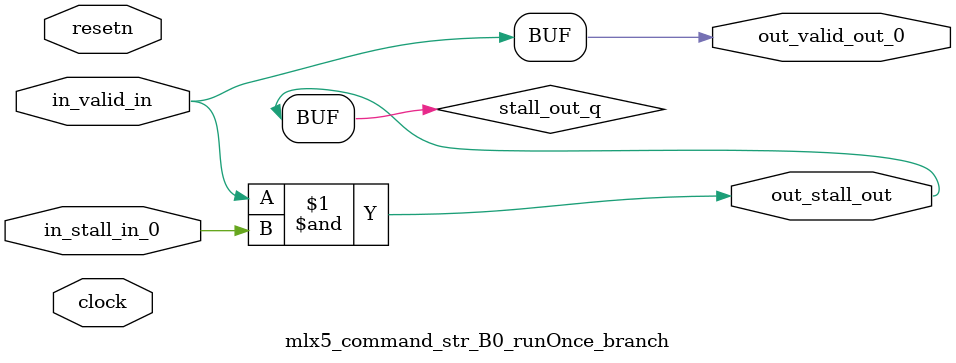
<source format=sv>



(* altera_attribute = "-name AUTO_SHIFT_REGISTER_RECOGNITION OFF; -name MESSAGE_DISABLE 10036; -name MESSAGE_DISABLE 10037; -name MESSAGE_DISABLE 14130; -name MESSAGE_DISABLE 14320; -name MESSAGE_DISABLE 15400; -name MESSAGE_DISABLE 14130; -name MESSAGE_DISABLE 10036; -name MESSAGE_DISABLE 12020; -name MESSAGE_DISABLE 12030; -name MESSAGE_DISABLE 12010; -name MESSAGE_DISABLE 12110; -name MESSAGE_DISABLE 14320; -name MESSAGE_DISABLE 13410; -name MESSAGE_DISABLE 113007; -name MESSAGE_DISABLE 10958" *)
module mlx5_command_str_B0_runOnce_branch (
    input wire [0:0] in_stall_in_0,
    input wire [0:0] in_valid_in,
    output wire [0:0] out_stall_out,
    output wire [0:0] out_valid_out_0,
    input wire clock,
    input wire resetn
    );

    wire [0:0] stall_out_q;


    // stall_out(LOGICAL,6)
    assign stall_out_q = in_valid_in & in_stall_in_0;

    // out_stall_out(GPOUT,4)
    assign out_stall_out = stall_out_q;

    // out_valid_out_0(GPOUT,5)
    assign out_valid_out_0 = in_valid_in;

endmodule

</source>
